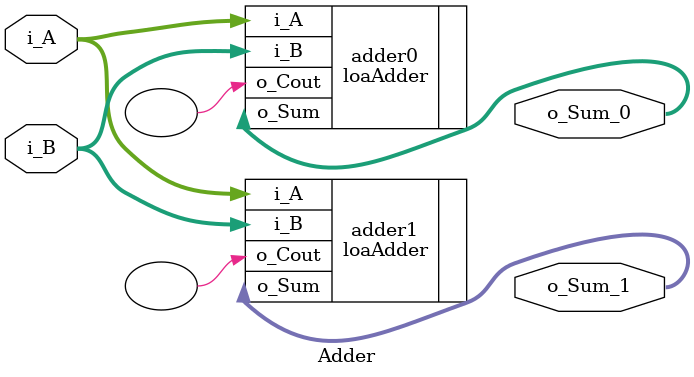
<source format=v>
`timescale 1ns / 1ps


module Adder #(parameter N = 16, K_0=4, K_1=8)
    (input[N-1:0] i_A, 
    input[N-1:0] i_B, 
    output[N-1:0] o_Sum_0, 
    output[N-1:0] o_Sum_1);


    loaAdder #(.N(N), .K(K_0)) adder0 (.i_A(i_A), .i_B(i_B), .o_Sum(o_Sum_0), .o_Cout());
    loaAdder #(.N(N), .K(K_1)) adder1 (.i_A(i_A), .i_B(i_B), .o_Sum(o_Sum_1), .o_Cout());
    
    
endmodule

</source>
